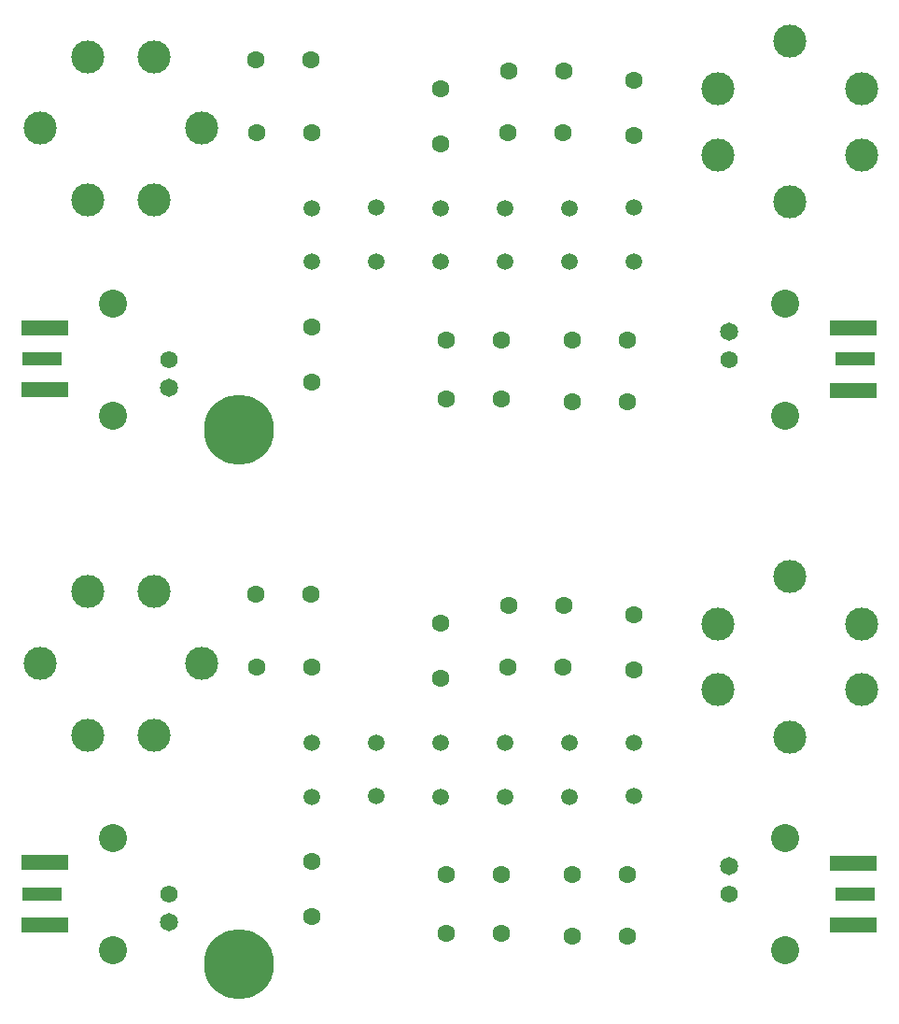
<source format=gts>
%MOIN*%
%OFA0B0*%
%FSLAX46Y46*%
%IPPOS*%
%LPD*%
%ADD10R,0.14173228346456693X0.05*%
%ADD11R,0.16535433070866143X0.053149606299212608*%
%ADD12C,0.25*%
%ADD13C,0.1*%
%ADD14C,0.065*%
%ADD15C,0.062*%
%ADD16C,0.062992125984251982*%
%ADD17C,0.059055118110236227*%
%ADD18C,0.11811023622047245*%
%ADD29R,0.14173228346456693X0.05*%
%ADD30R,0.16535433070866143X0.053149606299212608*%
%ADD31C,0.25*%
%ADD32C,0.1*%
%ADD33C,0.065*%
%ADD34C,0.062*%
%ADD35C,0.062992125984251982*%
%ADD36C,0.059055118110236227*%
%ADD37C,0.11811023622047245*%
%LPD*%
G01*
D10*
X0004524212Y0000740196D02*
X0000122125Y0000547708D03*
D11*
X0000130000Y0000436488D03*
X0000130000Y0000658929D03*
D10*
X0003024874Y0000546708D03*
D11*
X0003017000Y0000657929D03*
X0003017000Y0000435488D03*
D12*
X0000825000Y0000295708D03*
D13*
X0002775000Y0000345708D03*
X0002775000Y0000745708D03*
D14*
X0002575000Y0000645708D03*
D15*
X0002575000Y0000545708D03*
D16*
X0000885000Y0001615708D03*
X0001081850Y0001615708D03*
X0000888149Y0001355708D03*
X0001085000Y0001355708D03*
X0001085000Y0000465708D03*
X0001085000Y0000662559D03*
X0001545000Y0001315708D03*
X0001545000Y0001512559D03*
X0001761850Y0000615708D03*
X0001565000Y0000615708D03*
X0001761850Y0000405708D03*
X0001565000Y0000405708D03*
X0001981850Y0001355708D03*
X0001785000Y0001355708D03*
X0001985000Y0001575708D03*
X0001788149Y0001575708D03*
X0002015000Y0000395708D03*
X0002211850Y0000395708D03*
X0002015000Y0000615708D03*
X0002211850Y0000615708D03*
X0002235000Y0001542559D03*
X0002235000Y0001345708D03*
D17*
X0001085000Y0001085708D03*
X0001085000Y0000893582D03*
X0001545000Y0001085708D03*
X0001545000Y0000893582D03*
X0001775000Y0000893582D03*
X0001775000Y0001085708D03*
X0002005000Y0001085708D03*
X0002005000Y0000893582D03*
X0002235000Y0001087834D03*
X0002235000Y0000895708D03*
X0001315000Y0000895708D03*
X0001315000Y0001087834D03*
D18*
X0000690511Y0001369803D03*
X0000115708Y0001369803D03*
X0000521220Y0001113897D03*
X0000521220Y0001625708D03*
X0000285000Y0001113897D03*
X0000285000Y0001625708D03*
X0002535000Y0001275708D03*
X0003046811Y0001275708D03*
X0002535000Y0001511929D03*
X0003046811Y0001511929D03*
X0002790905Y0001106417D03*
X0002790905Y0001681220D03*
D15*
X0000575000Y0000545708D03*
D14*
X0000575000Y0000445708D03*
D13*
X0000375000Y0000345708D03*
X0000375000Y0000745708D03*
G04 next file*
%LPD*%
G04 #@! TF.GenerationSoftware,KiCad,Pcbnew,(5.1.10)-1*
G04 #@! TF.CreationDate,2021-09-22T18:51:58-04:00*
G04 #@! TF.ProjectId,SSB6,53534236-2e6b-4696-9361-645f70636258,1*
G04 #@! TF.SameCoordinates,PX8c7ecc0PY46649b0*
G04 #@! TF.FileFunction,Soldermask,Top*
G04 #@! TF.FilePolarity,Negative*
G04 Gerber Fmt 4.6, Leading zero omitted, Abs format (unit mm)*
G04 Created by KiCad (PCBNEW (5.1.10)-1) date 2021-09-22 18:51:58*
G01*
G04 APERTURE LIST*
G04 APERTURE END LIST*
D29*
X0004524212Y0002649645D02*
X0000122125Y0002457157D03*
D30*
X0000130000Y0002345937D03*
X0000130000Y0002568377D03*
D29*
X0003024874Y0002456157D03*
D30*
X0003017000Y0002567377D03*
X0003017000Y0002344937D03*
D31*
X0000825000Y0002205157D03*
D32*
X0002775000Y0002255157D03*
X0002775000Y0002655157D03*
D33*
X0002575000Y0002555157D03*
D34*
X0002575000Y0002455157D03*
D35*
X0000885000Y0003525157D03*
X0001081850Y0003525157D03*
X0000888149Y0003265157D03*
X0001085000Y0003265157D03*
X0001085000Y0002375157D03*
X0001085000Y0002572007D03*
X0001545000Y0003225157D03*
X0001545000Y0003422007D03*
X0001761850Y0002525157D03*
X0001565000Y0002525157D03*
X0001761850Y0002315157D03*
X0001565000Y0002315157D03*
X0001981850Y0003265157D03*
X0001785000Y0003265157D03*
X0001985000Y0003485157D03*
X0001788149Y0003485157D03*
X0002015000Y0002305157D03*
X0002211850Y0002305157D03*
X0002015000Y0002525157D03*
X0002211850Y0002525157D03*
X0002235000Y0003452007D03*
X0002235000Y0003255157D03*
D36*
X0001085000Y0002995157D03*
X0001085000Y0002803031D03*
X0001545000Y0002995157D03*
X0001545000Y0002803031D03*
X0001775000Y0002803031D03*
X0001775000Y0002995157D03*
X0002005000Y0002995157D03*
X0002005000Y0002803031D03*
X0002235000Y0002997283D03*
X0002235000Y0002805157D03*
X0001315000Y0002805157D03*
X0001315000Y0002997283D03*
D37*
X0000690511Y0003279251D03*
X0000115708Y0003279251D03*
X0000521220Y0003023346D03*
X0000521220Y0003535157D03*
X0000285000Y0003023346D03*
X0000285000Y0003535157D03*
X0002535000Y0003185157D03*
X0003046811Y0003185157D03*
X0002535000Y0003421377D03*
X0003046811Y0003421377D03*
X0002790905Y0003015866D03*
X0002790905Y0003590669D03*
D34*
X0000575000Y0002455157D03*
D33*
X0000575000Y0002355157D03*
D32*
X0000375000Y0002255157D03*
X0000375000Y0002655157D03*
M02*
</source>
